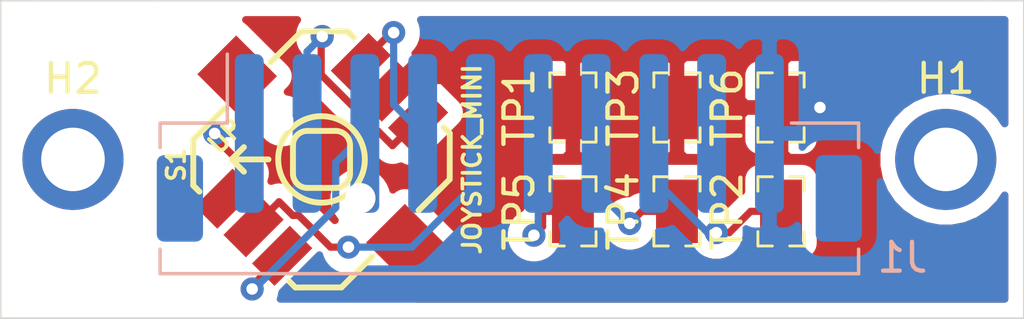
<source format=kicad_pcb>
(kicad_pcb (version 20171130) (host pcbnew "(5.1.2)-2")

  (general
    (thickness 1.6)
    (drawings 12)
    (tracks 68)
    (zones 0)
    (modules 10)
    (nets 10)
  )

  (page A4)
  (layers
    (0 F.Cu signal)
    (31 B.Cu signal)
    (32 B.Adhes user)
    (33 F.Adhes user)
    (34 B.Paste user)
    (35 F.Paste user)
    (36 B.SilkS user)
    (37 F.SilkS user)
    (38 B.Mask user)
    (39 F.Mask user)
    (40 Dwgs.User user)
    (41 Cmts.User user)
    (42 Eco1.User user)
    (43 Eco2.User user)
    (44 Edge.Cuts user)
    (45 Margin user)
    (46 B.CrtYd user)
    (47 F.CrtYd user)
    (48 B.Fab user)
    (49 F.Fab user)
  )

  (setup
    (last_trace_width 0.25)
    (trace_clearance 0.2)
    (zone_clearance 0.508)
    (zone_45_only no)
    (trace_min 0.2)
    (via_size 0.8)
    (via_drill 0.4)
    (via_min_size 0.4)
    (via_min_drill 0.3)
    (uvia_size 0.3)
    (uvia_drill 0.1)
    (uvias_allowed no)
    (uvia_min_size 0.2)
    (uvia_min_drill 0.1)
    (edge_width 0.05)
    (segment_width 0.2)
    (pcb_text_width 0.3)
    (pcb_text_size 1.5 1.5)
    (mod_edge_width 0.12)
    (mod_text_size 1 1)
    (mod_text_width 0.15)
    (pad_size 1.524 1.524)
    (pad_drill 0.762)
    (pad_to_mask_clearance 0.051)
    (solder_mask_min_width 0.25)
    (aux_axis_origin 0 0)
    (visible_elements 7FFDFFFF)
    (pcbplotparams
      (layerselection 0x010fc_ffffffff)
      (usegerberextensions false)
      (usegerberattributes false)
      (usegerberadvancedattributes false)
      (creategerberjobfile false)
      (excludeedgelayer true)
      (linewidth 0.100000)
      (plotframeref false)
      (viasonmask false)
      (mode 1)
      (useauxorigin false)
      (hpglpennumber 1)
      (hpglpenspeed 20)
      (hpglpendiameter 15.000000)
      (psnegative false)
      (psa4output false)
      (plotreference true)
      (plotvalue true)
      (plotinvisibletext false)
      (padsonsilk false)
      (subtractmaskfromsilk false)
      (outputformat 1)
      (mirror false)
      (drillshape 0)
      (scaleselection 1)
      (outputdirectory "output/"))
  )

  (net 0 "")
  (net 1 GND)
  (net 2 "Net-(J1-Pad7)")
  (net 3 "Net-(J1-Pad6)")
  (net 4 "Net-(J1-Pad5)")
  (net 5 "Net-(J1-Pad4)")
  (net 6 "Net-(J1-Pad3)")
  (net 7 "Net-(J1-Pad2)")
  (net 8 "Net-(J1-Pad1)")
  (net 9 "Net-(J1-Pad8)")

  (net_class Default "This is the default net class."
    (clearance 0.2)
    (trace_width 0.25)
    (via_dia 0.8)
    (via_drill 0.4)
    (uvia_dia 0.3)
    (uvia_drill 0.1)
    (add_net GND)
    (add_net "Net-(J1-Pad1)")
    (add_net "Net-(J1-Pad2)")
    (add_net "Net-(J1-Pad3)")
    (add_net "Net-(J1-Pad4)")
    (add_net "Net-(J1-Pad5)")
    (add_net "Net-(J1-Pad6)")
    (add_net "Net-(J1-Pad7)")
    (add_net "Net-(J1-Pad8)")
  )

  (module Switches:JOYSTICK_MINI (layer F.Cu) (tedit 596297CE) (tstamp 5DBA84D0)
    (at 121.7 39.5 45)
    (descr "SMALL TACTILE JOYSTICK W/ SELECT SWITCH")
    (tags "SMALL TACTILE JOYSTICK W/ SELECT SWITCH")
    (path /5DBA4CA4)
    (attr smd)
    (fp_text reference S1 (at -3.683 -3.429 90) (layer F.SilkS)
      (effects (font (size 0.6096 0.6096) (thickness 0.127)))
    )
    (fp_text value JOYSTICK_MINI (at 3.683 3.683 90) (layer F.SilkS)
      (effects (font (size 0.6096 0.6096) (thickness 0.127)))
    )
    (fp_text user UP (at -2.54 -2.54 90) (layer Dwgs.User)
      (effects (font (size 0.8128 0.8128) (thickness 0.1524)))
    )
    (fp_text user UP (at -1.778 -2.921 225) (layer F.SilkS)
      (effects (font (size 0.6096 0.6096) (thickness 0.127)))
    )
    (fp_arc (start -0.69088 0) (end -1.04394 0.35306) (angle 90) (layer Dwgs.User) (width 0.2032))
    (fp_arc (start 0 -0.69088) (end -0.35306 -1.04394) (angle 90) (layer Dwgs.User) (width 0.2032))
    (fp_arc (start 0.69088 0) (end 1.04394 -0.35306) (angle 90) (layer Dwgs.User) (width 0.2032))
    (fp_arc (start 0 0.69088) (end 0.35306 1.04394) (angle 90) (layer Dwgs.User) (width 0.2032))
    (fp_arc (start -0.69088 0) (end -1.04394 0.35306) (angle 90) (layer F.SilkS) (width 0.2032))
    (fp_arc (start 0 -0.69088) (end -0.35306 -1.04394) (angle 90) (layer F.SilkS) (width 0.2032))
    (fp_arc (start 0.69088 0) (end 1.04394 -0.35306) (angle 90) (layer F.SilkS) (width 0.2032))
    (fp_arc (start 0 0.69088) (end 0.35306 1.04394) (angle 90) (layer F.SilkS) (width 0.2032))
    (fp_circle (center 0 0) (end 0 -1.4986) (layer Dwgs.User) (width 0.2032))
    (fp_circle (center 0 0) (end 0 -1.4986) (layer F.SilkS) (width 0.2032))
    (fp_line (start 2.64922 3.62458) (end 1.12522 3.62458) (layer F.SilkS) (width 0.2032))
    (fp_line (start -1.12522 3.62458) (end -2.64922 3.62458) (layer F.SilkS) (width 0.2032))
    (fp_line (start 3.77698 -2.49936) (end 3.77698 -2.1971) (layer F.SilkS) (width 0.2032))
    (fp_line (start 3.77698 2.1971) (end 3.77698 2.49936) (layer F.SilkS) (width 0.2032))
    (fp_line (start -3.77698 -2.1971) (end -3.77698 -2.49936) (layer F.SilkS) (width 0.2032))
    (fp_line (start -3.77698 2.49936) (end -3.77698 2.1971) (layer F.SilkS) (width 0.2032))
    (fp_line (start -0.99822 -3.49758) (end 0.99822 -3.49758) (layer Dwgs.User) (width 0.2032))
    (fp_line (start -2.19964 -2.19964) (end -2.19964 -1.59766) (layer Dwgs.User) (width 0.2032))
    (fp_line (start -2.19964 -2.19964) (end -1.59766 -2.19964) (layer Dwgs.User) (width 0.2032))
    (fp_line (start -1.29794 -1.29794) (end -2.19964 -2.19964) (layer Dwgs.User) (width 0.2032))
    (fp_line (start 0 -2.49936) (end -0.99822 -3.49758) (layer Dwgs.User) (width 0.2032))
    (fp_line (start 0 -2.49936) (end 0.99822 -3.49758) (layer Dwgs.User) (width 0.2032))
    (fp_line (start -0.35306 -1.04394) (end -1.04394 -0.35306) (layer Dwgs.User) (width 0.2032))
    (fp_line (start 1.04394 -0.35306) (end 0.35306 -1.04394) (layer Dwgs.User) (width 0.2032))
    (fp_line (start 0.35306 1.04394) (end 1.04394 0.35306) (layer Dwgs.User) (width 0.2032))
    (fp_line (start -1.04394 0.35306) (end -0.35306 1.04394) (layer Dwgs.User) (width 0.2032))
    (fp_line (start 3.64998 2.49936) (end 2.64922 3.49758) (layer Dwgs.User) (width 0.2032))
    (fp_line (start 3.64998 -2.49936) (end 3.64998 2.49936) (layer Dwgs.User) (width 0.2032))
    (fp_line (start 2.64922 -3.49758) (end 3.64998 -2.49936) (layer Dwgs.User) (width 0.2032))
    (fp_line (start 0.99822 -3.49758) (end 2.64922 -3.49758) (layer Dwgs.User) (width 0.2032))
    (fp_line (start -2.64922 -3.49758) (end -0.99822 -3.49758) (layer Dwgs.User) (width 0.2032))
    (fp_line (start -3.64998 -2.49936) (end -2.64922 -3.49758) (layer Dwgs.User) (width 0.2032))
    (fp_line (start -3.64998 2.49936) (end -3.64998 -2.49936) (layer Dwgs.User) (width 0.2032))
    (fp_line (start -2.64922 3.49758) (end -3.64998 2.49936) (layer Dwgs.User) (width 0.2032))
    (fp_line (start 2.64922 3.49758) (end -2.64922 3.49758) (layer Dwgs.User) (width 0.2032))
    (fp_line (start -2.19964 -2.19964) (end -2.19964 -1.59766) (layer F.SilkS) (width 0.2032))
    (fp_line (start -2.19964 -2.19964) (end -1.59766 -2.19964) (layer F.SilkS) (width 0.2032))
    (fp_line (start -1.29794 -1.29794) (end -2.19964 -2.19964) (layer F.SilkS) (width 0.2032))
    (fp_line (start -0.35306 -1.04394) (end -1.04394 -0.35306) (layer F.SilkS) (width 0.2032))
    (fp_line (start 1.04394 -0.35306) (end 0.35306 -1.04394) (layer F.SilkS) (width 0.2032))
    (fp_line (start 0.35306 1.04394) (end 1.04394 0.35306) (layer F.SilkS) (width 0.2032))
    (fp_line (start -1.04394 0.35306) (end -0.35306 1.04394) (layer F.SilkS) (width 0.2032))
    (fp_line (start 3.77698 2.49936) (end 2.64922 3.62458) (layer F.SilkS) (width 0.2032))
    (fp_line (start 2.64922 -3.62458) (end 3.77698 -2.49936) (layer F.SilkS) (width 0.2032))
    (fp_line (start 1.12522 -3.62458) (end 2.64922 -3.62458) (layer F.SilkS) (width 0.2032))
    (fp_line (start -2.64922 -3.62458) (end -1.12522 -3.62458) (layer F.SilkS) (width 0.2032))
    (fp_line (start -3.77698 -2.49936) (end -2.64922 -3.62458) (layer F.SilkS) (width 0.2032))
    (fp_line (start -2.64922 3.62458) (end -3.77698 2.49936) (layer F.SilkS) (width 0.2032))
    (pad "" np_thru_hole circle (at 0 1.89992 45) (size 1.04902 1.04902) (drill 1.04902) (layers *.Cu *.Mask)
      (solder_mask_margin 0.1016))
    (pad "" np_thru_hole circle (at 0 -1.89992 45) (size 0.7493 0.7493) (drill 0.7493) (layers *.Cu *.Mask)
      (solder_mask_margin 0.1016))
    (pad NC@0 smd rect (at 0 4.1275 45) (size 1.89992 1.99898) (layers F.Cu F.Paste F.Mask)
      (solder_mask_margin 0.1016))
    (pad NC smd rect (at 0 -4.1275 45) (size 1.89992 1.99898) (layers F.Cu F.Paste F.Mask)
      (solder_mask_margin 0.1016))
    (pad GND smd rect (at 3.32486 0 45) (size 1.84912 1.09982) (layers F.Cu F.Paste F.Mask)
      (net 1 GND) (solder_mask_margin 0.1016))
    (pad D smd rect (at 3.32486 1.39954 45) (size 1.84912 1.09982) (layers F.Cu F.Paste F.Mask)
      (net 7 "Net-(J1-Pad2)") (solder_mask_margin 0.1016))
    (pad CTR smd rect (at -3.32486 0 45) (size 1.84912 1.09982) (layers F.Cu F.Paste F.Mask)
      (net 4 "Net-(J1-Pad5)") (solder_mask_margin 0.1016))
    (pad C smd rect (at -3.32486 1.39954 45) (size 1.84912 1.09982) (layers F.Cu F.Paste F.Mask)
      (net 6 "Net-(J1-Pad3)") (solder_mask_margin 0.1016))
    (pad B smd rect (at 3.32486 -1.39954 45) (size 1.84912 1.09982) (layers F.Cu F.Paste F.Mask)
      (net 5 "Net-(J1-Pad4)") (solder_mask_margin 0.1016))
    (pad A smd rect (at -3.32486 -1.39954 45) (size 1.84912 1.09982) (layers F.Cu F.Paste F.Mask)
      (net 8 "Net-(J1-Pad1)") (solder_mask_margin 0.1016))
  )

  (module Connector_JST:JST_PH_B10B-PH-SM4-TB_1x10-1MP_P2.00mm_Vertical (layer B.Cu) (tedit 5B78AD87) (tstamp 5D50C41B)
    (at 128.2 39.1)
    (descr "JST PH series connector, B10B-PH-SM4-TB (http://www.jst-mfg.com/product/pdf/eng/ePH.pdf), generated with kicad-footprint-generator")
    (tags "connector JST PH side entry")
    (path /5D50EF2F)
    (attr smd)
    (fp_text reference J1 (at 13.6 3.8) (layer B.SilkS)
      (effects (font (size 1 1) (thickness 0.15)) (justify mirror))
    )
    (fp_text value Conn_01x10 (at 0 -4.45) (layer B.Fab)
      (effects (font (size 1 1) (thickness 0.15)) (justify mirror))
    )
    (fp_text user %R (at 0 1) (layer B.Fab)
      (effects (font (size 1 1) (thickness 0.15)) (justify mirror))
    )
    (fp_line (start -9 -0.042893) (end -8.5 -0.75) (layer B.Fab) (width 0.1))
    (fp_line (start -9.5 -0.75) (end -9 -0.042893) (layer B.Fab) (width 0.1))
    (fp_line (start 12.7 4.75) (end -12.7 4.75) (layer B.CrtYd) (width 0.05))
    (fp_line (start 12.7 -3.75) (end 12.7 4.75) (layer B.CrtYd) (width 0.05))
    (fp_line (start -12.7 -3.75) (end 12.7 -3.75) (layer B.CrtYd) (width 0.05))
    (fp_line (start -12.7 4.75) (end -12.7 -3.75) (layer B.CrtYd) (width 0.05))
    (fp_line (start 9.25 2.75) (end 8.75 2.75) (layer B.Fab) (width 0.1))
    (fp_line (start 9.25 2.25) (end 9.25 2.75) (layer B.Fab) (width 0.1))
    (fp_line (start 8.75 2.25) (end 9.25 2.25) (layer B.Fab) (width 0.1))
    (fp_line (start 8.75 2.75) (end 8.75 2.25) (layer B.Fab) (width 0.1))
    (fp_line (start 7.25 2.75) (end 6.75 2.75) (layer B.Fab) (width 0.1))
    (fp_line (start 7.25 2.25) (end 7.25 2.75) (layer B.Fab) (width 0.1))
    (fp_line (start 6.75 2.25) (end 7.25 2.25) (layer B.Fab) (width 0.1))
    (fp_line (start 6.75 2.75) (end 6.75 2.25) (layer B.Fab) (width 0.1))
    (fp_line (start 5.25 2.75) (end 4.75 2.75) (layer B.Fab) (width 0.1))
    (fp_line (start 5.25 2.25) (end 5.25 2.75) (layer B.Fab) (width 0.1))
    (fp_line (start 4.75 2.25) (end 5.25 2.25) (layer B.Fab) (width 0.1))
    (fp_line (start 4.75 2.75) (end 4.75 2.25) (layer B.Fab) (width 0.1))
    (fp_line (start 3.25 2.75) (end 2.75 2.75) (layer B.Fab) (width 0.1))
    (fp_line (start 3.25 2.25) (end 3.25 2.75) (layer B.Fab) (width 0.1))
    (fp_line (start 2.75 2.25) (end 3.25 2.25) (layer B.Fab) (width 0.1))
    (fp_line (start 2.75 2.75) (end 2.75 2.25) (layer B.Fab) (width 0.1))
    (fp_line (start 1.25 2.75) (end 0.75 2.75) (layer B.Fab) (width 0.1))
    (fp_line (start 1.25 2.25) (end 1.25 2.75) (layer B.Fab) (width 0.1))
    (fp_line (start 0.75 2.25) (end 1.25 2.25) (layer B.Fab) (width 0.1))
    (fp_line (start 0.75 2.75) (end 0.75 2.25) (layer B.Fab) (width 0.1))
    (fp_line (start -0.75 2.75) (end -1.25 2.75) (layer B.Fab) (width 0.1))
    (fp_line (start -0.75 2.25) (end -0.75 2.75) (layer B.Fab) (width 0.1))
    (fp_line (start -1.25 2.25) (end -0.75 2.25) (layer B.Fab) (width 0.1))
    (fp_line (start -1.25 2.75) (end -1.25 2.25) (layer B.Fab) (width 0.1))
    (fp_line (start -2.75 2.75) (end -3.25 2.75) (layer B.Fab) (width 0.1))
    (fp_line (start -2.75 2.25) (end -2.75 2.75) (layer B.Fab) (width 0.1))
    (fp_line (start -3.25 2.25) (end -2.75 2.25) (layer B.Fab) (width 0.1))
    (fp_line (start -3.25 2.75) (end -3.25 2.25) (layer B.Fab) (width 0.1))
    (fp_line (start -4.75 2.75) (end -5.25 2.75) (layer B.Fab) (width 0.1))
    (fp_line (start -4.75 2.25) (end -4.75 2.75) (layer B.Fab) (width 0.1))
    (fp_line (start -5.25 2.25) (end -4.75 2.25) (layer B.Fab) (width 0.1))
    (fp_line (start -5.25 2.75) (end -5.25 2.25) (layer B.Fab) (width 0.1))
    (fp_line (start -6.75 2.75) (end -7.25 2.75) (layer B.Fab) (width 0.1))
    (fp_line (start -6.75 2.25) (end -6.75 2.75) (layer B.Fab) (width 0.1))
    (fp_line (start -7.25 2.25) (end -6.75 2.25) (layer B.Fab) (width 0.1))
    (fp_line (start -7.25 2.75) (end -7.25 2.25) (layer B.Fab) (width 0.1))
    (fp_line (start -8.75 2.75) (end -9.25 2.75) (layer B.Fab) (width 0.1))
    (fp_line (start -8.75 2.25) (end -8.75 2.75) (layer B.Fab) (width 0.1))
    (fp_line (start -9.25 2.25) (end -8.75 2.25) (layer B.Fab) (width 0.1))
    (fp_line (start -9.25 2.75) (end -9.25 2.25) (layer B.Fab) (width 0.1))
    (fp_line (start 11.975 -0.75) (end 11.975 4.25) (layer B.Fab) (width 0.1))
    (fp_line (start -11.975 -0.75) (end -11.975 4.25) (layer B.Fab) (width 0.1))
    (fp_line (start -11.975 4.25) (end 11.975 4.25) (layer B.Fab) (width 0.1))
    (fp_line (start 12.085 4.36) (end 12.085 3.51) (layer B.SilkS) (width 0.12))
    (fp_line (start -12.085 4.36) (end 12.085 4.36) (layer B.SilkS) (width 0.12))
    (fp_line (start -12.085 3.51) (end -12.085 4.36) (layer B.SilkS) (width 0.12))
    (fp_line (start 12.085 -0.86) (end 9.76 -0.86) (layer B.SilkS) (width 0.12))
    (fp_line (start 12.085 -0.01) (end 12.085 -0.86) (layer B.SilkS) (width 0.12))
    (fp_line (start -9.76 -0.86) (end -9.76 -3.25) (layer B.SilkS) (width 0.12))
    (fp_line (start -12.085 -0.86) (end -9.76 -0.86) (layer B.SilkS) (width 0.12))
    (fp_line (start -12.085 -0.01) (end -12.085 -0.86) (layer B.SilkS) (width 0.12))
    (fp_line (start -11.975 -0.75) (end 11.975 -0.75) (layer B.Fab) (width 0.1))
    (pad MP smd roundrect (at 11.4 1.75) (size 1.6 3) (layers B.Cu B.Paste B.Mask) (roundrect_rratio 0.15625))
    (pad MP smd roundrect (at -11.4 1.75) (size 1.6 3) (layers B.Cu B.Paste B.Mask) (roundrect_rratio 0.15625))
    (pad 10 smd roundrect (at 9 -0.5) (size 1 5.5) (layers B.Cu B.Paste B.Mask) (roundrect_rratio 0.25)
      (net 1 GND))
    (pad 9 smd roundrect (at 7 -0.5) (size 1 5.5) (layers B.Cu B.Paste B.Mask) (roundrect_rratio 0.25))
    (pad 8 smd roundrect (at 5 -0.5) (size 1 5.5) (layers B.Cu B.Paste B.Mask) (roundrect_rratio 0.25)
      (net 9 "Net-(J1-Pad8)"))
    (pad 7 smd roundrect (at 3 -0.5) (size 1 5.5) (layers B.Cu B.Paste B.Mask) (roundrect_rratio 0.25)
      (net 2 "Net-(J1-Pad7)"))
    (pad 6 smd roundrect (at 1 -0.5) (size 1 5.5) (layers B.Cu B.Paste B.Mask) (roundrect_rratio 0.25)
      (net 3 "Net-(J1-Pad6)"))
    (pad 5 smd roundrect (at -1 -0.5) (size 1 5.5) (layers B.Cu B.Paste B.Mask) (roundrect_rratio 0.25)
      (net 4 "Net-(J1-Pad5)"))
    (pad 4 smd roundrect (at -3 -0.5) (size 1 5.5) (layers B.Cu B.Paste B.Mask) (roundrect_rratio 0.25)
      (net 5 "Net-(J1-Pad4)"))
    (pad 3 smd roundrect (at -5 -0.5) (size 1 5.5) (layers B.Cu B.Paste B.Mask) (roundrect_rratio 0.25)
      (net 6 "Net-(J1-Pad3)"))
    (pad 2 smd roundrect (at -7 -0.5) (size 1 5.5) (layers B.Cu B.Paste B.Mask) (roundrect_rratio 0.25)
      (net 7 "Net-(J1-Pad2)"))
    (pad 1 smd roundrect (at -9 -0.5) (size 1 5.5) (layers B.Cu B.Paste B.Mask) (roundrect_rratio 0.25)
      (net 8 "Net-(J1-Pad1)"))
    (model ${KISYS3DMOD}/Connector_JST.3dshapes/JST_PH_B10B-PH-SM4-TB_1x10-1MP_P2.00mm_Vertical.wrl
      (at (xyz 0 0 0))
      (scale (xyz 1 1 1))
      (rotate (xyz 0 0 0))
    )
  )

  (module MountingHole:MountingHole_2.2mm_M2_ISO7380_Pad (layer F.Cu) (tedit 56D1B4CB) (tstamp 5DBA9C67)
    (at 113.1 39.5 90)
    (descr "Mounting Hole 2.2mm, M2, ISO7380")
    (tags "mounting hole 2.2mm m2 iso7380")
    (path /5DBBB1E7)
    (attr virtual)
    (fp_text reference H2 (at 2.8 0) (layer F.SilkS)
      (effects (font (size 1 1) (thickness 0.15)))
    )
    (fp_text value MountingHole (at 0 2.75 90) (layer F.Fab)
      (effects (font (size 1 1) (thickness 0.15)))
    )
    (fp_circle (center 0 0) (end 2 0) (layer F.CrtYd) (width 0.05))
    (fp_circle (center 0 0) (end 1.75 0) (layer Cmts.User) (width 0.15))
    (fp_text user %R (at 0.3 0 90) (layer F.Fab)
      (effects (font (size 1 1) (thickness 0.15)))
    )
    (pad 1 thru_hole circle (at 0 0 90) (size 3.5 3.5) (drill 2.2) (layers *.Cu *.Mask))
  )

  (module MountingHole:MountingHole_2.2mm_M2_ISO7380_Pad (layer F.Cu) (tedit 56D1B4CB) (tstamp 5DBA9C5F)
    (at 143.3 39.5 90)
    (descr "Mounting Hole 2.2mm, M2, ISO7380")
    (tags "mounting hole 2.2mm m2 iso7380")
    (path /5DBBB08A)
    (attr virtual)
    (fp_text reference H1 (at 2.8 0 180) (layer F.SilkS)
      (effects (font (size 1 1) (thickness 0.15)))
    )
    (fp_text value MountingHole (at 0 2.75 90) (layer F.Fab)
      (effects (font (size 1 1) (thickness 0.15)))
    )
    (fp_circle (center 0 0) (end 2 0) (layer F.CrtYd) (width 0.05))
    (fp_circle (center 0 0) (end 1.75 0) (layer Cmts.User) (width 0.15))
    (fp_text user %R (at 0.3 0 90) (layer F.Fab)
      (effects (font (size 1 1) (thickness 0.15)))
    )
    (pad 1 thru_hole circle (at 0 0 90) (size 3.5 3.5) (drill 2.2) (layers *.Cu *.Mask))
  )

  (module digikey-footprints:PROBE_PAD_0805 (layer F.Cu) (tedit 5D2895AE) (tstamp 5DBA8554)
    (at 137.6 37.7 90)
    (path /5DBB6C27)
    (attr smd)
    (fp_text reference TP6 (at 0 -1.86 90) (layer F.SilkS)
      (effects (font (size 1 1) (thickness 0.15)))
    )
    (fp_text value RCT-0C (at 0 1.72 90) (layer F.Fab)
      (effects (font (size 1 1) (thickness 0.15)))
    )
    (fp_line (start -1 0.625) (end 1 0.625) (layer F.Fab) (width 0.1))
    (fp_line (start 1 0.625) (end 1 -0.625) (layer F.Fab) (width 0.1))
    (fp_line (start -1 0.625) (end -1 -0.625) (layer F.Fab) (width 0.1))
    (fp_line (start -1 -0.625) (end 1 -0.625) (layer F.Fab) (width 0.1))
    (fp_line (start 1.2 -0.8) (end 0.7 -0.8) (layer F.SilkS) (width 0.1))
    (fp_line (start 1.2 -0.8) (end 1.2 -0.3) (layer F.SilkS) (width 0.1))
    (fp_line (start -1.2 -0.8) (end -0.7 -0.8) (layer F.SilkS) (width 0.1))
    (fp_line (start -1.2 -0.8) (end -1.2 -0.3) (layer F.SilkS) (width 0.1))
    (fp_line (start -1.2 0.8) (end -0.7 0.8) (layer F.SilkS) (width 0.1))
    (fp_line (start -1.2 0.3) (end -1.2 0.8) (layer F.SilkS) (width 0.1))
    (fp_line (start 1.2 0.8) (end 0.7 0.8) (layer F.SilkS) (width 0.1))
    (fp_line (start 1.2 0.8) (end 1.2 0.3) (layer F.SilkS) (width 0.1))
    (fp_line (start 1.35 -0.98) (end -1.35 -0.98) (layer F.CrtYd) (width 0.05))
    (fp_line (start 1.35 -0.98) (end 1.35 0.98) (layer F.CrtYd) (width 0.05))
    (fp_line (start 1.35 0.98) (end -1.35 0.98) (layer F.CrtYd) (width 0.05))
    (fp_line (start -1.35 -0.98) (end -1.35 0.98) (layer F.CrtYd) (width 0.05))
    (fp_text user %R (at 0 0 90) (layer F.Fab)
      (effects (font (size 0.4 0.4) (thickness 0.04)))
    )
    (pad 1 smd rect (at 0 0 90) (size 2.2 1.45) (layers F.Cu F.Paste F.Mask)
      (net 1 GND))
  )

  (module digikey-footprints:PROBE_PAD_0805 (layer F.Cu) (tedit 5D2895AE) (tstamp 5DBA853E)
    (at 130.4 41.3 90)
    (path /5DBAEFCD)
    (attr smd)
    (fp_text reference TP5 (at 0 -1.86 90) (layer F.SilkS)
      (effects (font (size 1 1) (thickness 0.15)))
    )
    (fp_text value RCT-0C (at 0 1.72 90) (layer F.Fab)
      (effects (font (size 1 1) (thickness 0.15)))
    )
    (fp_line (start -1 0.625) (end 1 0.625) (layer F.Fab) (width 0.1))
    (fp_line (start 1 0.625) (end 1 -0.625) (layer F.Fab) (width 0.1))
    (fp_line (start -1 0.625) (end -1 -0.625) (layer F.Fab) (width 0.1))
    (fp_line (start -1 -0.625) (end 1 -0.625) (layer F.Fab) (width 0.1))
    (fp_line (start 1.2 -0.8) (end 0.7 -0.8) (layer F.SilkS) (width 0.1))
    (fp_line (start 1.2 -0.8) (end 1.2 -0.3) (layer F.SilkS) (width 0.1))
    (fp_line (start -1.2 -0.8) (end -0.7 -0.8) (layer F.SilkS) (width 0.1))
    (fp_line (start -1.2 -0.8) (end -1.2 -0.3) (layer F.SilkS) (width 0.1))
    (fp_line (start -1.2 0.8) (end -0.7 0.8) (layer F.SilkS) (width 0.1))
    (fp_line (start -1.2 0.3) (end -1.2 0.8) (layer F.SilkS) (width 0.1))
    (fp_line (start 1.2 0.8) (end 0.7 0.8) (layer F.SilkS) (width 0.1))
    (fp_line (start 1.2 0.8) (end 1.2 0.3) (layer F.SilkS) (width 0.1))
    (fp_line (start 1.35 -0.98) (end -1.35 -0.98) (layer F.CrtYd) (width 0.05))
    (fp_line (start 1.35 -0.98) (end 1.35 0.98) (layer F.CrtYd) (width 0.05))
    (fp_line (start 1.35 0.98) (end -1.35 0.98) (layer F.CrtYd) (width 0.05))
    (fp_line (start -1.35 -0.98) (end -1.35 0.98) (layer F.CrtYd) (width 0.05))
    (fp_text user %R (at 0 0 90) (layer F.Fab)
      (effects (font (size 0.4 0.4) (thickness 0.04)))
    )
    (pad 1 smd rect (at 0 0 90) (size 2.2 1.45) (layers F.Cu F.Paste F.Mask)
      (net 3 "Net-(J1-Pad6)"))
  )

  (module digikey-footprints:PROBE_PAD_0805 (layer F.Cu) (tedit 5D2895AE) (tstamp 5DBA8528)
    (at 134 41.3 90)
    (path /5DBAD6EA)
    (attr smd)
    (fp_text reference TP4 (at 0 -1.86 90) (layer F.SilkS)
      (effects (font (size 1 1) (thickness 0.15)))
    )
    (fp_text value RCT-0C (at 0 1.72 90) (layer F.Fab)
      (effects (font (size 1 1) (thickness 0.15)))
    )
    (fp_line (start -1 0.625) (end 1 0.625) (layer F.Fab) (width 0.1))
    (fp_line (start 1 0.625) (end 1 -0.625) (layer F.Fab) (width 0.1))
    (fp_line (start -1 0.625) (end -1 -0.625) (layer F.Fab) (width 0.1))
    (fp_line (start -1 -0.625) (end 1 -0.625) (layer F.Fab) (width 0.1))
    (fp_line (start 1.2 -0.8) (end 0.7 -0.8) (layer F.SilkS) (width 0.1))
    (fp_line (start 1.2 -0.8) (end 1.2 -0.3) (layer F.SilkS) (width 0.1))
    (fp_line (start -1.2 -0.8) (end -0.7 -0.8) (layer F.SilkS) (width 0.1))
    (fp_line (start -1.2 -0.8) (end -1.2 -0.3) (layer F.SilkS) (width 0.1))
    (fp_line (start -1.2 0.8) (end -0.7 0.8) (layer F.SilkS) (width 0.1))
    (fp_line (start -1.2 0.3) (end -1.2 0.8) (layer F.SilkS) (width 0.1))
    (fp_line (start 1.2 0.8) (end 0.7 0.8) (layer F.SilkS) (width 0.1))
    (fp_line (start 1.2 0.8) (end 1.2 0.3) (layer F.SilkS) (width 0.1))
    (fp_line (start 1.35 -0.98) (end -1.35 -0.98) (layer F.CrtYd) (width 0.05))
    (fp_line (start 1.35 -0.98) (end 1.35 0.98) (layer F.CrtYd) (width 0.05))
    (fp_line (start 1.35 0.98) (end -1.35 0.98) (layer F.CrtYd) (width 0.05))
    (fp_line (start -1.35 -0.98) (end -1.35 0.98) (layer F.CrtYd) (width 0.05))
    (fp_text user %R (at 0 0 90) (layer F.Fab)
      (effects (font (size 0.4 0.4) (thickness 0.04)))
    )
    (pad 1 smd rect (at 0 0 90) (size 2.2 1.45) (layers F.Cu F.Paste F.Mask)
      (net 2 "Net-(J1-Pad7)"))
  )

  (module digikey-footprints:PROBE_PAD_0805 (layer F.Cu) (tedit 5D2895AE) (tstamp 5DBA8512)
    (at 134 37.7 90)
    (path /5DBB616E)
    (attr smd)
    (fp_text reference TP3 (at 0 -1.86 90) (layer F.SilkS)
      (effects (font (size 1 1) (thickness 0.15)))
    )
    (fp_text value RCT-0C (at 0 1.72 90) (layer F.Fab)
      (effects (font (size 1 1) (thickness 0.15)))
    )
    (fp_line (start -1 0.625) (end 1 0.625) (layer F.Fab) (width 0.1))
    (fp_line (start 1 0.625) (end 1 -0.625) (layer F.Fab) (width 0.1))
    (fp_line (start -1 0.625) (end -1 -0.625) (layer F.Fab) (width 0.1))
    (fp_line (start -1 -0.625) (end 1 -0.625) (layer F.Fab) (width 0.1))
    (fp_line (start 1.2 -0.8) (end 0.7 -0.8) (layer F.SilkS) (width 0.1))
    (fp_line (start 1.2 -0.8) (end 1.2 -0.3) (layer F.SilkS) (width 0.1))
    (fp_line (start -1.2 -0.8) (end -0.7 -0.8) (layer F.SilkS) (width 0.1))
    (fp_line (start -1.2 -0.8) (end -1.2 -0.3) (layer F.SilkS) (width 0.1))
    (fp_line (start -1.2 0.8) (end -0.7 0.8) (layer F.SilkS) (width 0.1))
    (fp_line (start -1.2 0.3) (end -1.2 0.8) (layer F.SilkS) (width 0.1))
    (fp_line (start 1.2 0.8) (end 0.7 0.8) (layer F.SilkS) (width 0.1))
    (fp_line (start 1.2 0.8) (end 1.2 0.3) (layer F.SilkS) (width 0.1))
    (fp_line (start 1.35 -0.98) (end -1.35 -0.98) (layer F.CrtYd) (width 0.05))
    (fp_line (start 1.35 -0.98) (end 1.35 0.98) (layer F.CrtYd) (width 0.05))
    (fp_line (start 1.35 0.98) (end -1.35 0.98) (layer F.CrtYd) (width 0.05))
    (fp_line (start -1.35 -0.98) (end -1.35 0.98) (layer F.CrtYd) (width 0.05))
    (fp_text user %R (at 0 0 90) (layer F.Fab)
      (effects (font (size 0.4 0.4) (thickness 0.04)))
    )
    (pad 1 smd rect (at 0 0 90) (size 2.2 1.45) (layers F.Cu F.Paste F.Mask)
      (net 1 GND))
  )

  (module digikey-footprints:PROBE_PAD_0805 (layer F.Cu) (tedit 5D2895AE) (tstamp 5DBA84FC)
    (at 137.6 41.3 90)
    (path /5DBAC4F9)
    (attr smd)
    (fp_text reference TP2 (at 0 -1.86 90) (layer F.SilkS)
      (effects (font (size 1 1) (thickness 0.15)))
    )
    (fp_text value RCT-0C (at 0 1.72 90) (layer F.Fab)
      (effects (font (size 1 1) (thickness 0.15)))
    )
    (fp_line (start -1 0.625) (end 1 0.625) (layer F.Fab) (width 0.1))
    (fp_line (start 1 0.625) (end 1 -0.625) (layer F.Fab) (width 0.1))
    (fp_line (start -1 0.625) (end -1 -0.625) (layer F.Fab) (width 0.1))
    (fp_line (start -1 -0.625) (end 1 -0.625) (layer F.Fab) (width 0.1))
    (fp_line (start 1.2 -0.8) (end 0.7 -0.8) (layer F.SilkS) (width 0.1))
    (fp_line (start 1.2 -0.8) (end 1.2 -0.3) (layer F.SilkS) (width 0.1))
    (fp_line (start -1.2 -0.8) (end -0.7 -0.8) (layer F.SilkS) (width 0.1))
    (fp_line (start -1.2 -0.8) (end -1.2 -0.3) (layer F.SilkS) (width 0.1))
    (fp_line (start -1.2 0.8) (end -0.7 0.8) (layer F.SilkS) (width 0.1))
    (fp_line (start -1.2 0.3) (end -1.2 0.8) (layer F.SilkS) (width 0.1))
    (fp_line (start 1.2 0.8) (end 0.7 0.8) (layer F.SilkS) (width 0.1))
    (fp_line (start 1.2 0.8) (end 1.2 0.3) (layer F.SilkS) (width 0.1))
    (fp_line (start 1.35 -0.98) (end -1.35 -0.98) (layer F.CrtYd) (width 0.05))
    (fp_line (start 1.35 -0.98) (end 1.35 0.98) (layer F.CrtYd) (width 0.05))
    (fp_line (start 1.35 0.98) (end -1.35 0.98) (layer F.CrtYd) (width 0.05))
    (fp_line (start -1.35 -0.98) (end -1.35 0.98) (layer F.CrtYd) (width 0.05))
    (fp_text user %R (at 0 0 90) (layer F.Fab)
      (effects (font (size 0.4 0.4) (thickness 0.04)))
    )
    (pad 1 smd rect (at 0 0 90) (size 2.2 1.45) (layers F.Cu F.Paste F.Mask)
      (net 9 "Net-(J1-Pad8)"))
  )

  (module digikey-footprints:PROBE_PAD_0805 (layer F.Cu) (tedit 5D2895AE) (tstamp 5DBA84E6)
    (at 130.4 37.7 90)
    (path /5DBB57F7)
    (attr smd)
    (fp_text reference TP1 (at 0 -1.86 90) (layer F.SilkS)
      (effects (font (size 1 1) (thickness 0.15)))
    )
    (fp_text value RCT-0C (at 0 1.72 90) (layer F.Fab)
      (effects (font (size 1 1) (thickness 0.15)))
    )
    (fp_line (start -1 0.625) (end 1 0.625) (layer F.Fab) (width 0.1))
    (fp_line (start 1 0.625) (end 1 -0.625) (layer F.Fab) (width 0.1))
    (fp_line (start -1 0.625) (end -1 -0.625) (layer F.Fab) (width 0.1))
    (fp_line (start -1 -0.625) (end 1 -0.625) (layer F.Fab) (width 0.1))
    (fp_line (start 1.2 -0.8) (end 0.7 -0.8) (layer F.SilkS) (width 0.1))
    (fp_line (start 1.2 -0.8) (end 1.2 -0.3) (layer F.SilkS) (width 0.1))
    (fp_line (start -1.2 -0.8) (end -0.7 -0.8) (layer F.SilkS) (width 0.1))
    (fp_line (start -1.2 -0.8) (end -1.2 -0.3) (layer F.SilkS) (width 0.1))
    (fp_line (start -1.2 0.8) (end -0.7 0.8) (layer F.SilkS) (width 0.1))
    (fp_line (start -1.2 0.3) (end -1.2 0.8) (layer F.SilkS) (width 0.1))
    (fp_line (start 1.2 0.8) (end 0.7 0.8) (layer F.SilkS) (width 0.1))
    (fp_line (start 1.2 0.8) (end 1.2 0.3) (layer F.SilkS) (width 0.1))
    (fp_line (start 1.35 -0.98) (end -1.35 -0.98) (layer F.CrtYd) (width 0.05))
    (fp_line (start 1.35 -0.98) (end 1.35 0.98) (layer F.CrtYd) (width 0.05))
    (fp_line (start 1.35 0.98) (end -1.35 0.98) (layer F.CrtYd) (width 0.05))
    (fp_line (start -1.35 -0.98) (end -1.35 0.98) (layer F.CrtYd) (width 0.05))
    (fp_text user %R (at 0 0 90) (layer F.Fab)
      (effects (font (size 0.4 0.4) (thickness 0.04)))
    )
    (pad 1 smd rect (at 0 0 90) (size 2.2 1.45) (layers F.Cu F.Paste F.Mask)
      (net 1 GND))
  )

  (gr_line (start 110.6 45) (end 111.8 45) (layer Edge.Cuts) (width 0.05) (tstamp 5DBAAEB3))
  (gr_line (start 110.6 34) (end 110.6 45) (layer Edge.Cuts) (width 0.05))
  (gr_line (start 111.8 34) (end 110.6 34) (layer Edge.Cuts) (width 0.05))
  (gr_line (start 146 34) (end 144.8 34) (layer Edge.Cuts) (width 0.05) (tstamp 5DBAAEB2))
  (gr_line (start 146 45) (end 146 34) (layer Edge.Cuts) (width 0.05))
  (gr_line (start 144.8 45) (end 146 45) (layer Edge.Cuts) (width 0.05))
  (gr_line (start 144.8 34) (end 141.1 34) (layer Edge.Cuts) (width 0.05) (tstamp 5DBAA3D9))
  (gr_line (start 141.1 45) (end 144.8 45) (layer Edge.Cuts) (width 0.05) (tstamp 5DBAA3D8))
  (gr_line (start 111.8 45) (end 116.1 45) (layer Edge.Cuts) (width 0.05) (tstamp 5DBAA3D7))
  (gr_line (start 116.1 34) (end 111.8 34) (layer Edge.Cuts) (width 0.05) (tstamp 5DBAA3D6))
  (gr_line (start 141.1 34) (end 116.1 34) (layer Edge.Cuts) (width 0.05) (tstamp 5DBA9790))
  (gr_line (start 116.1 45) (end 141.1 45) (layer Edge.Cuts) (width 0.05))

  (segment (start 124.0511 37.1489) (end 124.9349 36.2651) (width 0.25) (layer F.Cu) (net 1))
  (segment (start 130.4 37.7) (end 129.3497 37.7) (width 0.25) (layer F.Cu) (net 1))
  (segment (start 129.3497 37.7) (end 128.4146 36.7649) (width 0.25) (layer F.Cu) (net 1))
  (segment (start 128.4146 36.7649) (end 125.4346 36.7649) (width 0.25) (layer F.Cu) (net 1))
  (segment (start 125.4346 36.7649) (end 124.9349 36.2651) (width 0.25) (layer F.Cu) (net 1))
  (segment (start 134 37.7) (end 130.4 37.7) (width 0.25) (layer F.Cu) (net 1))
  (segment (start 138.6503 37.7) (end 138.947 37.7) (width 0.25) (layer F.Cu) (net 1))
  (segment (start 137.2 38.6) (end 138.047 38.6) (width 0.25) (layer B.Cu) (net 1))
  (segment (start 138.047 38.6) (end 138.947 37.7) (width 0.25) (layer B.Cu) (net 1))
  (segment (start 137.6 37.7) (end 138.6503 37.7) (width 0.25) (layer F.Cu) (net 1))
  (segment (start 134 37.7) (end 137.6 37.7) (width 0.25) (layer F.Cu) (net 1))
  (via (at 138.947 37.7) (size 0.8) (layers F.Cu B.Cu) (net 1))
  (segment (start 134 41.3) (end 132.7833 41.3) (width 0.25) (layer F.Cu) (net 2))
  (segment (start 132.7833 41.3) (end 132.3631 41.7202) (width 0.25) (layer F.Cu) (net 2))
  (segment (start 131.2 38.6) (end 131.2 40.5571) (width 0.25) (layer B.Cu) (net 2))
  (segment (start 131.2 40.5571) (end 132.3631 41.7202) (width 0.25) (layer B.Cu) (net 2))
  (via (at 132.3631 41.7202) (size 0.8) (layers F.Cu B.Cu) (net 2))
  (segment (start 130.4 41.3) (end 129.3497 41.3) (width 0.25) (layer F.Cu) (net 3))
  (segment (start 129.3497 41.3) (end 129.3497 41.8273) (width 0.25) (layer F.Cu) (net 3))
  (segment (start 129.3497 41.8273) (end 129.0498 42.1272) (width 0.25) (layer F.Cu) (net 3))
  (segment (start 129.0498 42.1272) (end 129.2 41.977) (width 0.25) (layer B.Cu) (net 3))
  (segment (start 129.2 41.977) (end 129.2 38.6) (width 0.25) (layer B.Cu) (net 3))
  (via (at 129.0498 42.1272) (size 0.8) (layers F.Cu B.Cu) (net 3))
  (segment (start 120.2328 40.9672) (end 120.7063 41.4408) (width 0.25) (layer F.Cu) (net 4))
  (segment (start 120.7063 41.4408) (end 120.9108 41.4408) (width 0.25) (layer F.Cu) (net 4))
  (segment (start 120.9108 41.4408) (end 122.0097 42.5397) (width 0.25) (layer F.Cu) (net 4))
  (segment (start 122.0097 42.5397) (end 122.632 42.5397) (width 0.25) (layer F.Cu) (net 4))
  (segment (start 127.2 38.6) (end 127.2 40.1648) (width 0.25) (layer B.Cu) (net 4))
  (segment (start 127.2 40.1648) (end 124.8251 42.5397) (width 0.25) (layer B.Cu) (net 4))
  (segment (start 124.8251 42.5397) (end 122.632 42.5397) (width 0.25) (layer B.Cu) (net 4))
  (segment (start 119.3489 41.8511) (end 120.2328 40.9672) (width 0.25) (layer F.Cu) (net 4))
  (via (at 122.632 42.5397) (size 0.8) (layers F.Cu B.Cu) (net 4))
  (segment (start 123.9453 35.2755) (end 124.1165 35.1043) (width 0.25) (layer F.Cu) (net 5))
  (segment (start 124.1165 35.1043) (end 124.1963 35.1043) (width 0.25) (layer F.Cu) (net 5))
  (segment (start 125.2 38.6) (end 124.1963 37.5963) (width 0.25) (layer B.Cu) (net 5))
  (segment (start 124.1963 37.5963) (end 124.1963 35.1043) (width 0.25) (layer B.Cu) (net 5))
  (segment (start 123.0615 36.1593) (end 123.9453 35.2755) (width 0.25) (layer F.Cu) (net 5))
  (via (at 124.1963 35.1043) (size 0.8) (layers F.Cu B.Cu) (net 5))
  (segment (start 119.3 43.9902) (end 119.4548 43.8354) (width 0.25) (layer F.Cu) (net 6))
  (segment (start 119.4548 43.8354) (end 119.4548 43.7245) (width 0.25) (layer F.Cu) (net 6))
  (segment (start 119.4548 43.7245) (end 119.4548 43.7244) (width 0.25) (layer F.Cu) (net 6))
  (segment (start 123.2 38.6) (end 122.1935 39.6065) (width 0.25) (layer B.Cu) (net 6))
  (segment (start 122.1935 39.6065) (end 122.1935 41.1702) (width 0.25) (layer B.Cu) (net 6))
  (segment (start 122.1935 41.1702) (end 119.3735 43.9902) (width 0.25) (layer B.Cu) (net 6))
  (segment (start 119.3735 43.9902) (end 119.3 43.9902) (width 0.25) (layer B.Cu) (net 6))
  (segment (start 120.3385 42.8407) (end 119.4548 43.7244) (width 0.25) (layer F.Cu) (net 6))
  (via (at 119.3 43.9902) (size 0.8) (layers F.Cu B.Cu) (net 6))
  (segment (start 121.7249 35.2386) (end 121.6887 35.2748) (width 0.25) (layer F.Cu) (net 7))
  (segment (start 121.6887 35.2748) (end 121.6887 36.5665) (width 0.25) (layer F.Cu) (net 7))
  (segment (start 121.6887 36.5665) (end 123.6407 38.5185) (width 0.25) (layer F.Cu) (net 7))
  (segment (start 123.6407 38.5185) (end 123.653 38.5185) (width 0.25) (layer F.Cu) (net 7))
  (segment (start 123.653 38.5185) (end 124.1569 39.0223) (width 0.25) (layer F.Cu) (net 7))
  (segment (start 121.2 38.6) (end 121.2 35.7635) (width 0.25) (layer B.Cu) (net 7))
  (segment (start 121.2 35.7635) (end 121.7249 35.2386) (width 0.25) (layer B.Cu) (net 7))
  (segment (start 125.0407 38.1385) (end 124.1569 39.0223) (width 0.25) (layer F.Cu) (net 7))
  (via (at 121.7249 35.2386) (size 0.8) (layers F.Cu B.Cu) (net 7))
  (segment (start 119.2432 39.9776) (end 118.0031 38.7376) (width 0.25) (layer F.Cu) (net 8))
  (segment (start 118.0031 38.7376) (end 118.0031 38.6) (width 0.25) (layer F.Cu) (net 8))
  (segment (start 119.2 38.6) (end 118.0031 38.6) (width 0.25) (layer B.Cu) (net 8))
  (segment (start 118.3593 40.8615) (end 119.2432 39.9776) (width 0.25) (layer F.Cu) (net 8))
  (via (at 118.0031 38.6) (size 0.8) (layers F.Cu B.Cu) (net 8))
  (segment (start 136.5497 41.3) (end 135.8111 42.0386) (width 0.25) (layer F.Cu) (net 9))
  (segment (start 135.8111 42.0386) (end 135.362 42.0386) (width 0.25) (layer F.Cu) (net 9))
  (segment (start 133.2 38.6) (end 133.2 40.1805) (width 0.25) (layer B.Cu) (net 9))
  (segment (start 133.2 40.1805) (end 135.0581 42.0386) (width 0.25) (layer B.Cu) (net 9))
  (segment (start 135.0581 42.0386) (end 135.362 42.0386) (width 0.25) (layer B.Cu) (net 9))
  (segment (start 137.6 41.3) (end 136.5497 41.3) (width 0.25) (layer F.Cu) (net 9))
  (via (at 135.362 42.0386) (size 0.8) (layers F.Cu B.Cu) (net 9))

  (zone (net 1) (net_name GND) (layer F.Cu) (tstamp 5DBAAF97) (hatch edge 0.508)
    (connect_pads (clearance 0.508))
    (min_thickness 0.254)
    (fill yes (arc_segments 32) (thermal_gap 0.508) (thermal_bridge_width 0.508))
    (polygon
      (pts
        (xy 110.6 34) (xy 146 34) (xy 146 45) (xy 110.6 45)
      )
    )
    (filled_polygon
      (pts
        (xy 120.807695 34.748344) (xy 120.729674 34.936702) (xy 120.6899 35.136661) (xy 120.6899 35.340539) (xy 120.729674 35.540498)
        (xy 120.807695 35.728856) (xy 120.920963 35.898374) (xy 120.9287 35.906111) (xy 120.928701 36.529168) (xy 120.925024 36.5665)
        (xy 120.928701 36.603833) (xy 120.939698 36.715486) (xy 120.947414 36.740922) (xy 120.983154 36.858746) (xy 121.053726 36.990776)
        (xy 121.110039 37.059393) (xy 121.1487 37.106501) (xy 121.177698 37.130299) (xy 123.076901 39.029503) (xy 123.100699 39.058501)
        (xy 123.129697 39.082299) (xy 123.198391 39.138675) (xy 123.593121 39.533328) (xy 123.616899 39.562301) (xy 123.645931 39.586127)
        (xy 123.645954 39.58615) (xy 123.672117 39.607617) (xy 123.732624 39.657274) (xy 123.732658 39.657292) (xy 123.732687 39.657316)
        (xy 123.800514 39.693562) (xy 123.864654 39.727846) (xy 123.864688 39.727856) (xy 123.864723 39.727875) (xy 123.940718 39.750919)
        (xy 124.007915 39.771302) (xy 124.00795 39.771305) (xy 124.007988 39.771317) (xy 124.089384 39.779326) (xy 124.1569 39.785976)
        (xy 124.156933 39.785973) (xy 124.156976 39.785977) (xy 124.240706 39.777722) (xy 124.305885 39.771302) (xy 124.305917 39.771292)
        (xy 124.30596 39.771288) (xy 124.381853 39.748258) (xy 124.449146 39.727846) (xy 124.44918 39.727828) (xy 124.449216 39.727817)
        (xy 124.45027 39.727253) (xy 124.531557 39.770703) (xy 124.651255 39.807013) (xy 124.775737 39.819273) (xy 124.900219 39.807013)
        (xy 125.019917 39.770703) (xy 125.130231 39.711738) (xy 125.226922 39.632386) (xy 126.059308 38.8) (xy 129.036928 38.8)
        (xy 129.049188 38.924482) (xy 129.085498 39.04418) (xy 129.144463 39.154494) (xy 129.223815 39.251185) (xy 129.320506 39.330537)
        (xy 129.43082 39.389502) (xy 129.550518 39.425812) (xy 129.675 39.438072) (xy 130.11425 39.435) (xy 130.273 39.27625)
        (xy 130.273 37.827) (xy 130.527 37.827) (xy 130.527 39.27625) (xy 130.68575 39.435) (xy 131.125 39.438072)
        (xy 131.249482 39.425812) (xy 131.36918 39.389502) (xy 131.479494 39.330537) (xy 131.576185 39.251185) (xy 131.655537 39.154494)
        (xy 131.714502 39.04418) (xy 131.750812 38.924482) (xy 131.763072 38.8) (xy 132.636928 38.8) (xy 132.649188 38.924482)
        (xy 132.685498 39.04418) (xy 132.744463 39.154494) (xy 132.823815 39.251185) (xy 132.920506 39.330537) (xy 133.03082 39.389502)
        (xy 133.150518 39.425812) (xy 133.275 39.438072) (xy 133.71425 39.435) (xy 133.873 39.27625) (xy 133.873 37.827)
        (xy 134.127 37.827) (xy 134.127 39.27625) (xy 134.28575 39.435) (xy 134.725 39.438072) (xy 134.849482 39.425812)
        (xy 134.96918 39.389502) (xy 135.079494 39.330537) (xy 135.176185 39.251185) (xy 135.255537 39.154494) (xy 135.314502 39.04418)
        (xy 135.350812 38.924482) (xy 135.363072 38.8) (xy 136.236928 38.8) (xy 136.249188 38.924482) (xy 136.285498 39.04418)
        (xy 136.344463 39.154494) (xy 136.423815 39.251185) (xy 136.520506 39.330537) (xy 136.63082 39.389502) (xy 136.750518 39.425812)
        (xy 136.875 39.438072) (xy 137.31425 39.435) (xy 137.473 39.27625) (xy 137.473 37.827) (xy 137.727 37.827)
        (xy 137.727 39.27625) (xy 137.88575 39.435) (xy 138.325 39.438072) (xy 138.449482 39.425812) (xy 138.56918 39.389502)
        (xy 138.679494 39.330537) (xy 138.776185 39.251185) (xy 138.855537 39.154494) (xy 138.914502 39.04418) (xy 138.950812 38.924482)
        (xy 138.963072 38.8) (xy 138.96 37.98575) (xy 138.80125 37.827) (xy 137.727 37.827) (xy 137.473 37.827)
        (xy 136.39875 37.827) (xy 136.24 37.98575) (xy 136.236928 38.8) (xy 135.363072 38.8) (xy 135.36 37.98575)
        (xy 135.20125 37.827) (xy 134.127 37.827) (xy 133.873 37.827) (xy 132.79875 37.827) (xy 132.64 37.98575)
        (xy 132.636928 38.8) (xy 131.763072 38.8) (xy 131.76 37.98575) (xy 131.60125 37.827) (xy 130.527 37.827)
        (xy 130.273 37.827) (xy 129.19875 37.827) (xy 129.04 37.98575) (xy 129.036928 38.8) (xy 126.059308 38.8)
        (xy 126.534448 38.32486) (xy 126.6138 38.228169) (xy 126.672765 38.117855) (xy 126.709075 37.998157) (xy 126.721335 37.873675)
        (xy 126.709075 37.749193) (xy 126.672765 37.629495) (xy 126.6138 37.519181) (xy 126.534448 37.42249) (xy 125.756758 36.6448)
        (xy 125.702169 36.6) (xy 129.036928 36.6) (xy 129.04 37.41425) (xy 129.19875 37.573) (xy 130.273 37.573)
        (xy 130.273 36.12375) (xy 130.527 36.12375) (xy 130.527 37.573) (xy 131.60125 37.573) (xy 131.76 37.41425)
        (xy 131.763072 36.6) (xy 132.636928 36.6) (xy 132.64 37.41425) (xy 132.79875 37.573) (xy 133.873 37.573)
        (xy 133.873 36.12375) (xy 134.127 36.12375) (xy 134.127 37.573) (xy 135.20125 37.573) (xy 135.36 37.41425)
        (xy 135.363072 36.6) (xy 136.236928 36.6) (xy 136.24 37.41425) (xy 136.39875 37.573) (xy 137.473 37.573)
        (xy 137.473 36.12375) (xy 137.727 36.12375) (xy 137.727 37.573) (xy 138.80125 37.573) (xy 138.96 37.41425)
        (xy 138.963072 36.6) (xy 138.950812 36.475518) (xy 138.914502 36.35582) (xy 138.855537 36.245506) (xy 138.776185 36.148815)
        (xy 138.679494 36.069463) (xy 138.56918 36.010498) (xy 138.449482 35.974188) (xy 138.325 35.961928) (xy 137.88575 35.965)
        (xy 137.727 36.12375) (xy 137.473 36.12375) (xy 137.31425 35.965) (xy 136.875 35.961928) (xy 136.750518 35.974188)
        (xy 136.63082 36.010498) (xy 136.520506 36.069463) (xy 136.423815 36.148815) (xy 136.344463 36.245506) (xy 136.285498 36.35582)
        (xy 136.249188 36.475518) (xy 136.236928 36.6) (xy 135.363072 36.6) (xy 135.350812 36.475518) (xy 135.314502 36.35582)
        (xy 135.255537 36.245506) (xy 135.176185 36.148815) (xy 135.079494 36.069463) (xy 134.96918 36.010498) (xy 134.849482 35.974188)
        (xy 134.725 35.961928) (xy 134.28575 35.965) (xy 134.127 36.12375) (xy 133.873 36.12375) (xy 133.71425 35.965)
        (xy 133.275 35.961928) (xy 133.150518 35.974188) (xy 133.03082 36.010498) (xy 132.920506 36.069463) (xy 132.823815 36.148815)
        (xy 132.744463 36.245506) (xy 132.685498 36.35582) (xy 132.649188 36.475518) (xy 132.636928 36.6) (xy 131.763072 36.6)
        (xy 131.750812 36.475518) (xy 131.714502 36.35582) (xy 131.655537 36.245506) (xy 131.576185 36.148815) (xy 131.479494 36.069463)
        (xy 131.36918 36.010498) (xy 131.249482 35.974188) (xy 131.125 35.961928) (xy 130.68575 35.965) (xy 130.527 36.12375)
        (xy 130.273 36.12375) (xy 130.11425 35.965) (xy 129.675 35.961928) (xy 129.550518 35.974188) (xy 129.43082 36.010498)
        (xy 129.320506 36.069463) (xy 129.223815 36.148815) (xy 129.144463 36.245506) (xy 129.085498 36.35582) (xy 129.049188 36.475518)
        (xy 129.036928 36.6) (xy 125.702169 36.6) (xy 125.660067 36.565448) (xy 125.636678 36.552946) (xy 125.624177 36.529558)
        (xy 125.544824 36.432866) (xy 125.355862 36.248249) (xy 125.131356 36.248249) (xy 124.230636 37.148969) (xy 124.244779 37.163112)
        (xy 124.065174 37.342717) (xy 124.051031 37.328574) (xy 124.036889 37.342717) (xy 123.857284 37.163112) (xy 123.871426 37.148969)
        (xy 123.857284 37.134827) (xy 124.036889 36.955222) (xy 124.051031 36.969364) (xy 124.951751 36.068644) (xy 124.951751 35.844138)
        (xy 124.936146 35.828165) (xy 125.000237 35.764074) (xy 125.113505 35.594556) (xy 125.191526 35.406198) (xy 125.2313 35.206239)
        (xy 125.2313 35.002361) (xy 125.191526 34.802402) (xy 125.132541 34.66) (xy 145.340001 34.66) (xy 145.340001 38.26019)
        (xy 145.15255 37.979651) (xy 144.820349 37.64745) (xy 144.429721 37.38644) (xy 143.995679 37.206654) (xy 143.534902 37.115)
        (xy 143.065098 37.115) (xy 142.604321 37.206654) (xy 142.170279 37.38644) (xy 141.779651 37.64745) (xy 141.44745 37.979651)
        (xy 141.18644 38.370279) (xy 141.006654 38.804321) (xy 140.915 39.265098) (xy 140.915 39.734902) (xy 141.006654 40.195679)
        (xy 141.18644 40.629721) (xy 141.44745 41.020349) (xy 141.779651 41.35255) (xy 142.170279 41.61356) (xy 142.604321 41.793346)
        (xy 143.065098 41.885) (xy 143.534902 41.885) (xy 143.995679 41.793346) (xy 144.429721 41.61356) (xy 144.820349 41.35255)
        (xy 145.15255 41.020349) (xy 145.34 40.73981) (xy 145.34 44.34) (xy 124.984881 44.34) (xy 125.0081 44.327589)
        (xy 125.104791 44.248237) (xy 126.448237 42.904791) (xy 126.527589 42.8081) (xy 126.586554 42.697786) (xy 126.622864 42.578088)
        (xy 126.635124 42.453606) (xy 126.622864 42.329124) (xy 126.586554 42.209426) (xy 126.527589 42.099112) (xy 126.466982 42.025261)
        (xy 128.0148 42.025261) (xy 128.0148 42.229139) (xy 128.054574 42.429098) (xy 128.132595 42.617456) (xy 128.245863 42.786974)
        (xy 128.390026 42.931137) (xy 128.559544 43.044405) (xy 128.747902 43.122426) (xy 128.947861 43.1622) (xy 129.151739 43.1622)
        (xy 129.351698 43.122426) (xy 129.540056 43.044405) (xy 129.565652 43.027302) (xy 129.675 43.038072) (xy 131.125 43.038072)
        (xy 131.249482 43.025812) (xy 131.36918 42.989502) (xy 131.479494 42.930537) (xy 131.576185 42.851185) (xy 131.655537 42.754494)
        (xy 131.714502 42.64418) (xy 131.742896 42.550577) (xy 131.872844 42.637405) (xy 132.061202 42.715426) (xy 132.261161 42.7552)
        (xy 132.465039 42.7552) (xy 132.664998 42.715426) (xy 132.712961 42.695559) (xy 132.744463 42.754494) (xy 132.823815 42.851185)
        (xy 132.920506 42.930537) (xy 133.03082 42.989502) (xy 133.150518 43.025812) (xy 133.275 43.038072) (xy 134.725 43.038072)
        (xy 134.849482 43.025812) (xy 134.959895 42.992319) (xy 135.060102 43.033826) (xy 135.260061 43.0736) (xy 135.463939 43.0736)
        (xy 135.663898 43.033826) (xy 135.852256 42.955805) (xy 136.021774 42.842537) (xy 136.139477 42.724834) (xy 136.235376 42.673574)
        (xy 136.282647 42.63478) (xy 136.285498 42.64418) (xy 136.344463 42.754494) (xy 136.423815 42.851185) (xy 136.520506 42.930537)
        (xy 136.63082 42.989502) (xy 136.750518 43.025812) (xy 136.875 43.038072) (xy 138.325 43.038072) (xy 138.449482 43.025812)
        (xy 138.56918 42.989502) (xy 138.679494 42.930537) (xy 138.776185 42.851185) (xy 138.855537 42.754494) (xy 138.914502 42.64418)
        (xy 138.950812 42.524482) (xy 138.963072 42.4) (xy 138.963072 40.2) (xy 138.950812 40.075518) (xy 138.914502 39.95582)
        (xy 138.855537 39.845506) (xy 138.776185 39.748815) (xy 138.679494 39.669463) (xy 138.56918 39.610498) (xy 138.449482 39.574188)
        (xy 138.325 39.561928) (xy 136.875 39.561928) (xy 136.750518 39.574188) (xy 136.63082 39.610498) (xy 136.520506 39.669463)
        (xy 136.423815 39.748815) (xy 136.344463 39.845506) (xy 136.285498 39.95582) (xy 136.249188 40.075518) (xy 136.236928 40.2)
        (xy 136.236928 40.605425) (xy 136.125423 40.665026) (xy 136.092803 40.691797) (xy 136.009699 40.759999) (xy 135.985901 40.788998)
        (xy 135.711717 41.063181) (xy 135.663898 41.043374) (xy 135.463939 41.0036) (xy 135.363072 41.0036) (xy 135.363072 40.2)
        (xy 135.350812 40.075518) (xy 135.314502 39.95582) (xy 135.255537 39.845506) (xy 135.176185 39.748815) (xy 135.079494 39.669463)
        (xy 134.96918 39.610498) (xy 134.849482 39.574188) (xy 134.725 39.561928) (xy 133.275 39.561928) (xy 133.150518 39.574188)
        (xy 133.03082 39.610498) (xy 132.920506 39.669463) (xy 132.823815 39.748815) (xy 132.744463 39.845506) (xy 132.685498 39.95582)
        (xy 132.649188 40.075518) (xy 132.636928 40.2) (xy 132.636928 40.55074) (xy 132.634314 40.550997) (xy 132.491053 40.594454)
        (xy 132.359024 40.665026) (xy 132.334442 40.6852) (xy 132.261161 40.6852) (xy 132.061202 40.724974) (xy 131.872844 40.802995)
        (xy 131.763072 40.876342) (xy 131.763072 40.2) (xy 131.750812 40.075518) (xy 131.714502 39.95582) (xy 131.655537 39.845506)
        (xy 131.576185 39.748815) (xy 131.479494 39.669463) (xy 131.36918 39.610498) (xy 131.249482 39.574188) (xy 131.125 39.561928)
        (xy 129.675 39.561928) (xy 129.550518 39.574188) (xy 129.43082 39.610498) (xy 129.320506 39.669463) (xy 129.223815 39.748815)
        (xy 129.144463 39.845506) (xy 129.085498 39.95582) (xy 129.049188 40.075518) (xy 129.036928 40.2) (xy 129.036928 40.605425)
        (xy 128.925424 40.665026) (xy 128.809699 40.759999) (xy 128.714726 40.875724) (xy 128.644154 41.007753) (xy 128.600697 41.151014)
        (xy 128.596391 41.194732) (xy 128.559544 41.209995) (xy 128.390026 41.323263) (xy 128.245863 41.467426) (xy 128.132595 41.636944)
        (xy 128.054574 41.825302) (xy 128.0148 42.025261) (xy 126.466982 42.025261) (xy 126.448237 42.002421) (xy 125.034745 40.588929)
        (xy 124.938054 40.509577) (xy 124.82774 40.450612) (xy 124.708042 40.414302) (xy 124.58356 40.402042) (xy 124.459078 40.414302)
        (xy 124.33938 40.450612) (xy 124.229066 40.509577) (xy 124.169057 40.558825) (xy 124.158396 40.50523) (xy 124.07099 40.294212)
        (xy 123.944096 40.104302) (xy 123.78259 39.942796) (xy 123.59268 39.815902) (xy 123.381662 39.728496) (xy 123.157648 39.683936)
        (xy 122.929244 39.683936) (xy 122.70523 39.728496) (xy 122.494212 39.815902) (xy 122.304302 39.942796) (xy 122.142796 40.104302)
        (xy 122.015902 40.294212) (xy 121.928496 40.50523) (xy 121.883936 40.729244) (xy 121.883936 40.957648) (xy 121.928496 41.181662)
        (xy 122.015902 41.39268) (xy 122.142796 41.58259) (xy 122.170705 41.610499) (xy 122.159812 41.615011) (xy 121.474604 40.929802)
        (xy 121.450801 40.900799) (xy 121.335076 40.805826) (xy 121.203047 40.735254) (xy 121.059786 40.691797) (xy 121.029124 40.688777)
        (xy 120.796617 40.456221) (xy 120.7728 40.4272) (xy 120.72279 40.386158) (xy 120.657143 40.332271) (xy 120.657102 40.332249)
        (xy 120.657075 40.332227) (xy 120.600196 40.301824) (xy 120.525121 40.261685) (xy 120.525077 40.261672) (xy 120.525046 40.261655)
        (xy 120.460235 40.241995) (xy 120.381865 40.218213) (xy 120.38182 40.218209) (xy 120.381785 40.218198) (xy 120.311602 40.211286)
        (xy 120.23288 40.203524) (xy 120.232839 40.203528) (xy 120.232799 40.203524) (xy 120.158593 40.210833) (xy 120.083894 40.218182)
        (xy 120.083855 40.218194) (xy 120.083813 40.218198) (xy 120.014988 40.239076) (xy 119.952319 40.258078) (xy 119.978926 40.170351)
        (xy 119.992202 40.126587) (xy 119.992203 40.126575) (xy 119.992209 40.126556) (xy 120.001702 40.030137) (xy 120.006876 39.977601)
        (xy 120.006875 39.97759) (xy 120.006877 39.977569) (xy 119.996883 39.876142) (xy 119.992202 39.828615) (xy 119.992199 39.828606)
        (xy 119.992197 39.828584) (xy 119.961643 39.727875) (xy 119.948745 39.685354) (xy 119.94874 39.685344) (xy 119.948734 39.685325)
        (xy 119.895691 39.586099) (xy 119.878173 39.553325) (xy 119.878169 39.55332) (xy 119.878157 39.553298) (xy 119.806979 39.466574)
        (xy 119.806975 39.46657) (xy 119.7832 39.4376) (xy 119.754206 39.413805) (xy 119.0381 38.697757) (xy 119.0381 38.556219)
        (xy 119.06062 38.549388) (xy 119.170934 38.490423) (xy 119.267625 38.411071) (xy 119.35948 38.319216) (xy 119.385705 38.451058)
        (xy 119.461814 38.634802) (xy 119.572308 38.800168) (xy 119.71294 38.9408) (xy 119.878306 39.051294) (xy 120.06205 39.127403)
        (xy 120.257112 39.166204) (xy 120.455996 39.166204) (xy 120.651058 39.127403) (xy 120.834802 39.051294) (xy 121.000168 38.9408)
        (xy 121.1408 38.800168) (xy 121.251294 38.634802) (xy 121.327403 38.451058) (xy 121.366204 38.255996) (xy 121.366204 38.057112)
        (xy 121.327403 37.86205) (xy 121.251294 37.678306) (xy 121.1408 37.51294) (xy 121.000168 37.372308) (xy 120.834802 37.261814)
        (xy 120.651058 37.185705) (xy 120.519216 37.15948) (xy 120.611071 37.067625) (xy 120.690423 36.970934) (xy 120.749388 36.86062)
        (xy 120.785698 36.740922) (xy 120.797958 36.61644) (xy 120.785698 36.491958) (xy 120.749388 36.37226) (xy 120.690423 36.261946)
        (xy 120.611071 36.165255) (xy 119.197579 34.751763) (xy 119.100888 34.672411) (xy 119.077669 34.66) (xy 120.866724 34.66)
      )
    )
  )
  (zone (net 1) (net_name GND) (layer B.Cu) (tstamp 5DBAAF94) (hatch edge 0.508)
    (connect_pads (clearance 0.508))
    (min_thickness 0.254)
    (fill yes (arc_segments 32) (thermal_gap 0.508) (thermal_bridge_width 0.508))
    (polygon
      (pts
        (xy 110.6 34) (xy 146 34) (xy 146 45) (xy 110.6 45)
      )
    )
    (filled_polygon
      (pts
        (xy 145.340001 38.26019) (xy 145.15255 37.979651) (xy 144.820349 37.64745) (xy 144.429721 37.38644) (xy 143.995679 37.206654)
        (xy 143.534902 37.115) (xy 143.065098 37.115) (xy 142.604321 37.206654) (xy 142.170279 37.38644) (xy 141.779651 37.64745)
        (xy 141.44745 37.979651) (xy 141.18644 38.370279) (xy 141.006654 38.804321) (xy 140.930762 39.185858) (xy 140.888405 39.106614)
        (xy 140.777962 38.972038) (xy 140.643386 38.861595) (xy 140.48985 38.779528) (xy 140.323254 38.728992) (xy 140.15 38.711928)
        (xy 139.05 38.711928) (xy 138.876746 38.728992) (xy 138.71015 38.779528) (xy 138.556614 38.861595) (xy 138.422038 38.972038)
        (xy 138.335239 39.077803) (xy 138.335 38.88575) (xy 138.17625 38.727) (xy 137.327 38.727) (xy 137.327 41.82625)
        (xy 137.48575 41.985) (xy 137.7 41.988072) (xy 137.824482 41.975812) (xy 137.94418 41.939502) (xy 138.054494 41.880537)
        (xy 138.151185 41.801185) (xy 138.161928 41.788095) (xy 138.161928 42.1) (xy 138.178992 42.273254) (xy 138.229528 42.43985)
        (xy 138.311595 42.593386) (xy 138.422038 42.727962) (xy 138.556614 42.838405) (xy 138.71015 42.920472) (xy 138.876746 42.971008)
        (xy 139.05 42.988072) (xy 140.15 42.988072) (xy 140.323254 42.971008) (xy 140.48985 42.920472) (xy 140.643386 42.838405)
        (xy 140.777962 42.727962) (xy 140.888405 42.593386) (xy 140.970472 42.43985) (xy 141.021008 42.273254) (xy 141.038072 42.1)
        (xy 141.038072 40.271529) (xy 141.18644 40.629721) (xy 141.44745 41.020349) (xy 141.779651 41.35255) (xy 142.170279 41.61356)
        (xy 142.604321 41.793346) (xy 143.065098 41.885) (xy 143.534902 41.885) (xy 143.995679 41.793346) (xy 144.429721 41.61356)
        (xy 144.820349 41.35255) (xy 145.15255 41.020349) (xy 145.34 40.73981) (xy 145.34 44.34) (xy 120.275384 44.34)
        (xy 120.295226 44.292098) (xy 120.332179 44.106322) (xy 121.630159 42.808342) (xy 121.636774 42.841598) (xy 121.714795 43.029956)
        (xy 121.828063 43.199474) (xy 121.972226 43.343637) (xy 122.141744 43.456905) (xy 122.330102 43.534926) (xy 122.530061 43.5747)
        (xy 122.733939 43.5747) (xy 122.933898 43.534926) (xy 123.122256 43.456905) (xy 123.291774 43.343637) (xy 123.335711 43.2997)
        (xy 124.787778 43.2997) (xy 124.8251 43.303376) (xy 124.862422 43.2997) (xy 124.862433 43.2997) (xy 124.974086 43.288703)
        (xy 125.117347 43.245246) (xy 125.249376 43.174674) (xy 125.365101 43.079701) (xy 125.388904 43.050697) (xy 126.550834 41.888767)
        (xy 126.61015 41.920472) (xy 126.776746 41.971008) (xy 126.95 41.988072) (xy 127.45 41.988072) (xy 127.623254 41.971008)
        (xy 127.78985 41.920472) (xy 127.943386 41.838405) (xy 128.077962 41.727962) (xy 128.112149 41.686305) (xy 128.054574 41.825302)
        (xy 128.0148 42.025261) (xy 128.0148 42.229139) (xy 128.054574 42.429098) (xy 128.132595 42.617456) (xy 128.245863 42.786974)
        (xy 128.390026 42.931137) (xy 128.559544 43.044405) (xy 128.747902 43.122426) (xy 128.947861 43.1622) (xy 129.151739 43.1622)
        (xy 129.351698 43.122426) (xy 129.540056 43.044405) (xy 129.709574 42.931137) (xy 129.853737 42.786974) (xy 129.967005 42.617456)
        (xy 130.045026 42.429098) (xy 130.0848 42.229139) (xy 130.0848 42.025261) (xy 130.045026 41.825302) (xy 130.023291 41.772829)
        (xy 130.077962 41.727962) (xy 130.188405 41.593386) (xy 130.2 41.571693) (xy 130.211595 41.593386) (xy 130.322038 41.727962)
        (xy 130.456614 41.838405) (xy 130.61015 41.920472) (xy 130.776746 41.971008) (xy 130.95 41.988072) (xy 131.361106 41.988072)
        (xy 131.367874 42.022098) (xy 131.445895 42.210456) (xy 131.559163 42.379974) (xy 131.703326 42.524137) (xy 131.872844 42.637405)
        (xy 132.061202 42.715426) (xy 132.261161 42.7552) (xy 132.465039 42.7552) (xy 132.664998 42.715426) (xy 132.853356 42.637405)
        (xy 133.022874 42.524137) (xy 133.167037 42.379974) (xy 133.280305 42.210456) (xy 133.358326 42.022098) (xy 133.365094 41.988072)
        (xy 133.45 41.988072) (xy 133.623254 41.971008) (xy 133.78985 41.920472) (xy 133.838934 41.894236) (xy 134.424459 42.479761)
        (xy 134.444795 42.528856) (xy 134.558063 42.698374) (xy 134.702226 42.842537) (xy 134.871744 42.955805) (xy 135.060102 43.033826)
        (xy 135.260061 43.0736) (xy 135.463939 43.0736) (xy 135.663898 43.033826) (xy 135.852256 42.955805) (xy 136.021774 42.842537)
        (xy 136.165937 42.698374) (xy 136.279205 42.528856) (xy 136.357226 42.340498) (xy 136.397 42.140539) (xy 136.397 41.936661)
        (xy 136.390634 41.904659) (xy 136.45582 41.939502) (xy 136.575518 41.975812) (xy 136.7 41.988072) (xy 136.91425 41.985)
        (xy 137.073 41.82625) (xy 137.073 38.727) (xy 137.053 38.727) (xy 137.053 38.473) (xy 137.073 38.473)
        (xy 137.073 35.37375) (xy 137.327 35.37375) (xy 137.327 38.473) (xy 138.17625 38.473) (xy 138.335 38.31425)
        (xy 138.338072 35.85) (xy 138.325812 35.725518) (xy 138.289502 35.60582) (xy 138.230537 35.495506) (xy 138.151185 35.398815)
        (xy 138.054494 35.319463) (xy 137.94418 35.260498) (xy 137.824482 35.224188) (xy 137.7 35.211928) (xy 137.48575 35.215)
        (xy 137.327 35.37375) (xy 137.073 35.37375) (xy 136.91425 35.215) (xy 136.7 35.211928) (xy 136.575518 35.224188)
        (xy 136.45582 35.260498) (xy 136.345506 35.319463) (xy 136.248815 35.398815) (xy 136.169463 35.495506) (xy 136.140969 35.548813)
        (xy 136.077962 35.472038) (xy 135.943386 35.361595) (xy 135.78985 35.279528) (xy 135.623254 35.228992) (xy 135.45 35.211928)
        (xy 134.95 35.211928) (xy 134.776746 35.228992) (xy 134.61015 35.279528) (xy 134.456614 35.361595) (xy 134.322038 35.472038)
        (xy 134.211595 35.606614) (xy 134.2 35.628307) (xy 134.188405 35.606614) (xy 134.077962 35.472038) (xy 133.943386 35.361595)
        (xy 133.78985 35.279528) (xy 133.623254 35.228992) (xy 133.45 35.211928) (xy 132.95 35.211928) (xy 132.776746 35.228992)
        (xy 132.61015 35.279528) (xy 132.456614 35.361595) (xy 132.322038 35.472038) (xy 132.211595 35.606614) (xy 132.2 35.628307)
        (xy 132.188405 35.606614) (xy 132.077962 35.472038) (xy 131.943386 35.361595) (xy 131.78985 35.279528) (xy 131.623254 35.228992)
        (xy 131.45 35.211928) (xy 130.95 35.211928) (xy 130.776746 35.228992) (xy 130.61015 35.279528) (xy 130.456614 35.361595)
        (xy 130.322038 35.472038) (xy 130.211595 35.606614) (xy 130.2 35.628307) (xy 130.188405 35.606614) (xy 130.077962 35.472038)
        (xy 129.943386 35.361595) (xy 129.78985 35.279528) (xy 129.623254 35.228992) (xy 129.45 35.211928) (xy 128.95 35.211928)
        (xy 128.776746 35.228992) (xy 128.61015 35.279528) (xy 128.456614 35.361595) (xy 128.322038 35.472038) (xy 128.211595 35.606614)
        (xy 128.2 35.628307) (xy 128.188405 35.606614) (xy 128.077962 35.472038) (xy 127.943386 35.361595) (xy 127.78985 35.279528)
        (xy 127.623254 35.228992) (xy 127.45 35.211928) (xy 126.95 35.211928) (xy 126.776746 35.228992) (xy 126.61015 35.279528)
        (xy 126.456614 35.361595) (xy 126.322038 35.472038) (xy 126.211595 35.606614) (xy 126.2 35.628307) (xy 126.188405 35.606614)
        (xy 126.077962 35.472038) (xy 125.943386 35.361595) (xy 125.78985 35.279528) (xy 125.623254 35.228992) (xy 125.45 35.211928)
        (xy 125.230168 35.211928) (xy 125.2313 35.206239) (xy 125.2313 35.002361) (xy 125.191526 34.802402) (xy 125.132541 34.66)
        (xy 145.340001 34.66)
      )
    )
  )
)

</source>
